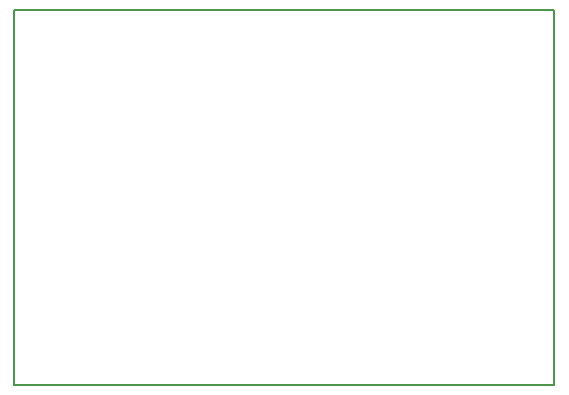
<source format=gbr>
G04 #@! TF.FileFunction,Profile,NP*
%FSLAX46Y46*%
G04 Gerber Fmt 4.6, Leading zero omitted, Abs format (unit mm)*
G04 Created by KiCad (PCBNEW 4.0.1-stable) date 2016 January 27, Wednesday 21:53:49*
%MOMM*%
G01*
G04 APERTURE LIST*
%ADD10C,0.100000*%
%ADD11C,0.150000*%
G04 APERTURE END LIST*
D10*
D11*
X88900000Y-80010000D02*
X88900000Y-48260000D01*
X134620000Y-80010000D02*
X88900000Y-80010000D01*
X134620000Y-48260000D02*
X134620000Y-80010000D01*
X88900000Y-48260000D02*
X134620000Y-48260000D01*
M02*

</source>
